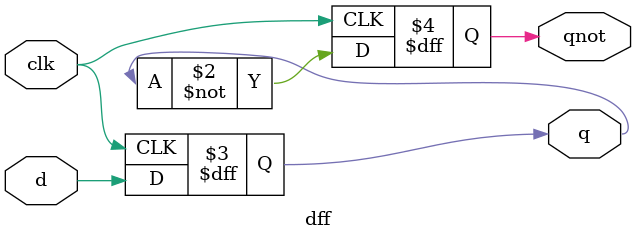
<source format=v>
module dff ( output q, output qnot,  
input   d, input clk ); 
reg q, qnot; 
 
always @( posedge clk ) 
begin 
    q <= d;  qnot <= ~q; 
end 
 
endmodule // dff
</source>
